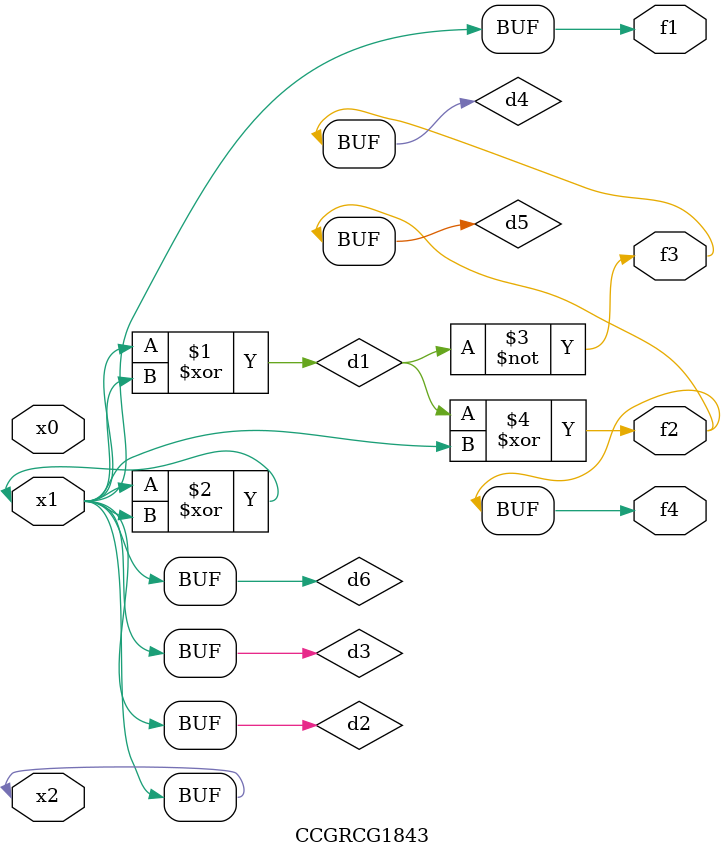
<source format=v>
module CCGRCG1843(
	input x0, x1, x2,
	output f1, f2, f3, f4
);

	wire d1, d2, d3, d4, d5, d6;

	xor (d1, x1, x2);
	buf (d2, x1, x2);
	xor (d3, x1, x2);
	nor (d4, d1);
	xor (d5, d1, d2);
	buf (d6, d2, d3);
	assign f1 = d6;
	assign f2 = d5;
	assign f3 = d4;
	assign f4 = d5;
endmodule

</source>
